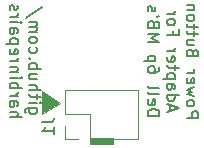
<source format=gbr>
G04 #@! TF.GenerationSoftware,KiCad,Pcbnew,(5.1.0-0)*
G04 #@! TF.CreationDate,2019-08-13T01:40:22-04:00*
G04 #@! TF.ProjectId,Dell 6pin 2.0mm Front Panel Header Adapter,44656c6c-2036-4706-996e-20322e306d6d,rev?*
G04 #@! TF.SameCoordinates,Original*
G04 #@! TF.FileFunction,Legend,Bot*
G04 #@! TF.FilePolarity,Positive*
%FSLAX46Y46*%
G04 Gerber Fmt 4.6, Leading zero omitted, Abs format (unit mm)*
G04 Created by KiCad (PCBNEW (5.1.0-0)) date 2019-08-13 01:40:22*
%MOMM*%
%LPD*%
G04 APERTURE LIST*
%ADD10C,0.150000*%
%ADD11C,0.100000*%
%ADD12C,0.120000*%
G04 APERTURE END LIST*
D10*
X156039285Y-97476190D02*
X155229761Y-97476190D01*
X155134523Y-97523809D01*
X155086904Y-97571428D01*
X155039285Y-97666666D01*
X155039285Y-97809523D01*
X155086904Y-97904761D01*
X155420238Y-97476190D02*
X155372619Y-97571428D01*
X155372619Y-97761904D01*
X155420238Y-97857142D01*
X155467857Y-97904761D01*
X155563095Y-97952380D01*
X155848809Y-97952380D01*
X155944047Y-97904761D01*
X155991666Y-97857142D01*
X156039285Y-97761904D01*
X156039285Y-97571428D01*
X155991666Y-97476190D01*
X155372619Y-97000000D02*
X156039285Y-97000000D01*
X156372619Y-97000000D02*
X156325000Y-97047619D01*
X156277380Y-97000000D01*
X156325000Y-96952380D01*
X156372619Y-97000000D01*
X156277380Y-97000000D01*
X156039285Y-96666666D02*
X156039285Y-96285714D01*
X156372619Y-96523809D02*
X155515476Y-96523809D01*
X155420238Y-96476190D01*
X155372619Y-96380952D01*
X155372619Y-96285714D01*
X155372619Y-95952380D02*
X156372619Y-95952380D01*
X155372619Y-95523809D02*
X155896428Y-95523809D01*
X155991666Y-95571428D01*
X156039285Y-95666666D01*
X156039285Y-95809523D01*
X155991666Y-95904761D01*
X155944047Y-95952380D01*
X156039285Y-94619047D02*
X155372619Y-94619047D01*
X156039285Y-95047619D02*
X155515476Y-95047619D01*
X155420238Y-95000000D01*
X155372619Y-94904761D01*
X155372619Y-94761904D01*
X155420238Y-94666666D01*
X155467857Y-94619047D01*
X155372619Y-94142857D02*
X156372619Y-94142857D01*
X155991666Y-94142857D02*
X156039285Y-94047619D01*
X156039285Y-93857142D01*
X155991666Y-93761904D01*
X155944047Y-93714285D01*
X155848809Y-93666666D01*
X155563095Y-93666666D01*
X155467857Y-93714285D01*
X155420238Y-93761904D01*
X155372619Y-93857142D01*
X155372619Y-94047619D01*
X155420238Y-94142857D01*
X155467857Y-93238095D02*
X155420238Y-93190476D01*
X155372619Y-93238095D01*
X155420238Y-93285714D01*
X155467857Y-93238095D01*
X155372619Y-93238095D01*
X155420238Y-92333333D02*
X155372619Y-92428571D01*
X155372619Y-92619047D01*
X155420238Y-92714285D01*
X155467857Y-92761904D01*
X155563095Y-92809523D01*
X155848809Y-92809523D01*
X155944047Y-92761904D01*
X155991666Y-92714285D01*
X156039285Y-92619047D01*
X156039285Y-92428571D01*
X155991666Y-92333333D01*
X155372619Y-91761904D02*
X155420238Y-91857142D01*
X155467857Y-91904761D01*
X155563095Y-91952380D01*
X155848809Y-91952380D01*
X155944047Y-91904761D01*
X155991666Y-91857142D01*
X156039285Y-91761904D01*
X156039285Y-91619047D01*
X155991666Y-91523809D01*
X155944047Y-91476190D01*
X155848809Y-91428571D01*
X155563095Y-91428571D01*
X155467857Y-91476190D01*
X155420238Y-91523809D01*
X155372619Y-91619047D01*
X155372619Y-91761904D01*
X155372619Y-91000000D02*
X156039285Y-91000000D01*
X155944047Y-91000000D02*
X155991666Y-90952380D01*
X156039285Y-90857142D01*
X156039285Y-90714285D01*
X155991666Y-90619047D01*
X155896428Y-90571428D01*
X155372619Y-90571428D01*
X155896428Y-90571428D02*
X155991666Y-90523809D01*
X156039285Y-90428571D01*
X156039285Y-90285714D01*
X155991666Y-90190476D01*
X155896428Y-90142857D01*
X155372619Y-90142857D01*
X156420238Y-88952380D02*
X155134523Y-89809523D01*
X153722619Y-98214285D02*
X154722619Y-98214285D01*
X153722619Y-97785714D02*
X154246428Y-97785714D01*
X154341666Y-97833333D01*
X154389285Y-97928571D01*
X154389285Y-98071428D01*
X154341666Y-98166666D01*
X154294047Y-98214285D01*
X153722619Y-96880952D02*
X154246428Y-96880952D01*
X154341666Y-96928571D01*
X154389285Y-97023809D01*
X154389285Y-97214285D01*
X154341666Y-97309523D01*
X153770238Y-96880952D02*
X153722619Y-96976190D01*
X153722619Y-97214285D01*
X153770238Y-97309523D01*
X153865476Y-97357142D01*
X153960714Y-97357142D01*
X154055952Y-97309523D01*
X154103571Y-97214285D01*
X154103571Y-96976190D01*
X154151190Y-96880952D01*
X153722619Y-96404761D02*
X154389285Y-96404761D01*
X154198809Y-96404761D02*
X154294047Y-96357142D01*
X154341666Y-96309523D01*
X154389285Y-96214285D01*
X154389285Y-96119047D01*
X153722619Y-95785714D02*
X154722619Y-95785714D01*
X154341666Y-95785714D02*
X154389285Y-95690476D01*
X154389285Y-95500000D01*
X154341666Y-95404761D01*
X154294047Y-95357142D01*
X154198809Y-95309523D01*
X153913095Y-95309523D01*
X153817857Y-95357142D01*
X153770238Y-95404761D01*
X153722619Y-95500000D01*
X153722619Y-95690476D01*
X153770238Y-95785714D01*
X153722619Y-94880952D02*
X154389285Y-94880952D01*
X154722619Y-94880952D02*
X154675000Y-94928571D01*
X154627380Y-94880952D01*
X154675000Y-94833333D01*
X154722619Y-94880952D01*
X154627380Y-94880952D01*
X154389285Y-94404761D02*
X153722619Y-94404761D01*
X154294047Y-94404761D02*
X154341666Y-94357142D01*
X154389285Y-94261904D01*
X154389285Y-94119047D01*
X154341666Y-94023809D01*
X154246428Y-93976190D01*
X153722619Y-93976190D01*
X153722619Y-93500000D02*
X154389285Y-93500000D01*
X154198809Y-93500000D02*
X154294047Y-93452380D01*
X154341666Y-93404761D01*
X154389285Y-93309523D01*
X154389285Y-93214285D01*
X153770238Y-92500000D02*
X153722619Y-92595238D01*
X153722619Y-92785714D01*
X153770238Y-92880952D01*
X153865476Y-92928571D01*
X154246428Y-92928571D01*
X154341666Y-92880952D01*
X154389285Y-92785714D01*
X154389285Y-92595238D01*
X154341666Y-92500000D01*
X154246428Y-92452380D01*
X154151190Y-92452380D01*
X154055952Y-92928571D01*
X154389285Y-92023809D02*
X153389285Y-92023809D01*
X154341666Y-92023809D02*
X154389285Y-91928571D01*
X154389285Y-91738095D01*
X154341666Y-91642857D01*
X154294047Y-91595238D01*
X154198809Y-91547619D01*
X153913095Y-91547619D01*
X153817857Y-91595238D01*
X153770238Y-91642857D01*
X153722619Y-91738095D01*
X153722619Y-91928571D01*
X153770238Y-92023809D01*
X153722619Y-90690476D02*
X154246428Y-90690476D01*
X154341666Y-90738095D01*
X154389285Y-90833333D01*
X154389285Y-91023809D01*
X154341666Y-91119047D01*
X153770238Y-90690476D02*
X153722619Y-90785714D01*
X153722619Y-91023809D01*
X153770238Y-91119047D01*
X153865476Y-91166666D01*
X153960714Y-91166666D01*
X154055952Y-91119047D01*
X154103571Y-91023809D01*
X154103571Y-90785714D01*
X154151190Y-90690476D01*
X153722619Y-90214285D02*
X154389285Y-90214285D01*
X154722619Y-90214285D02*
X154675000Y-90261904D01*
X154627380Y-90214285D01*
X154675000Y-90166666D01*
X154722619Y-90214285D01*
X154627380Y-90214285D01*
X153722619Y-89738095D02*
X154389285Y-89738095D01*
X154198809Y-89738095D02*
X154294047Y-89690476D01*
X154341666Y-89642857D01*
X154389285Y-89547619D01*
X154389285Y-89452380D01*
X153770238Y-89166666D02*
X153722619Y-89071428D01*
X153722619Y-88880952D01*
X153770238Y-88785714D01*
X153865476Y-88738095D01*
X153913095Y-88738095D01*
X154008333Y-88785714D01*
X154055952Y-88880952D01*
X154055952Y-89023809D01*
X154103571Y-89119047D01*
X154198809Y-89166666D01*
X154246428Y-89166666D01*
X154341666Y-89119047D01*
X154389285Y-89023809D01*
X154389285Y-88880952D01*
X154341666Y-88785714D01*
D11*
G36*
X162500000Y-100500000D02*
G01*
X160500000Y-100500000D01*
X160500000Y-100000000D01*
X162500000Y-100000000D01*
X162500000Y-100500000D01*
G37*
X162500000Y-100500000D02*
X160500000Y-100500000D01*
X160500000Y-100000000D01*
X162500000Y-100000000D01*
X162500000Y-100500000D01*
G36*
X158000000Y-97000000D02*
G01*
X156500000Y-98000000D01*
X156500000Y-96000000D01*
X158000000Y-97000000D01*
G37*
X158000000Y-97000000D02*
X156500000Y-98000000D01*
X156500000Y-96000000D01*
X158000000Y-97000000D01*
D10*
X168697619Y-98285714D02*
X169697619Y-98285714D01*
X169697619Y-97904761D01*
X169650000Y-97809523D01*
X169602380Y-97761904D01*
X169507142Y-97714285D01*
X169364285Y-97714285D01*
X169269047Y-97761904D01*
X169221428Y-97809523D01*
X169173809Y-97904761D01*
X169173809Y-98285714D01*
X168697619Y-97142857D02*
X168745238Y-97238095D01*
X168792857Y-97285714D01*
X168888095Y-97333333D01*
X169173809Y-97333333D01*
X169269047Y-97285714D01*
X169316666Y-97238095D01*
X169364285Y-97142857D01*
X169364285Y-97000000D01*
X169316666Y-96904761D01*
X169269047Y-96857142D01*
X169173809Y-96809523D01*
X168888095Y-96809523D01*
X168792857Y-96857142D01*
X168745238Y-96904761D01*
X168697619Y-97000000D01*
X168697619Y-97142857D01*
X169364285Y-96476190D02*
X168697619Y-96285714D01*
X169173809Y-96095238D01*
X168697619Y-95904761D01*
X169364285Y-95714285D01*
X168745238Y-94952380D02*
X168697619Y-95047619D01*
X168697619Y-95238095D01*
X168745238Y-95333333D01*
X168840476Y-95380952D01*
X169221428Y-95380952D01*
X169316666Y-95333333D01*
X169364285Y-95238095D01*
X169364285Y-95047619D01*
X169316666Y-94952380D01*
X169221428Y-94904761D01*
X169126190Y-94904761D01*
X169030952Y-95380952D01*
X168697619Y-94476190D02*
X169364285Y-94476190D01*
X169173809Y-94476190D02*
X169269047Y-94428571D01*
X169316666Y-94380952D01*
X169364285Y-94285714D01*
X169364285Y-94190476D01*
X169221428Y-92761904D02*
X169173809Y-92619047D01*
X169126190Y-92571428D01*
X169030952Y-92523809D01*
X168888095Y-92523809D01*
X168792857Y-92571428D01*
X168745238Y-92619047D01*
X168697619Y-92714285D01*
X168697619Y-93095238D01*
X169697619Y-93095238D01*
X169697619Y-92761904D01*
X169650000Y-92666666D01*
X169602380Y-92619047D01*
X169507142Y-92571428D01*
X169411904Y-92571428D01*
X169316666Y-92619047D01*
X169269047Y-92666666D01*
X169221428Y-92761904D01*
X169221428Y-93095238D01*
X169364285Y-91666666D02*
X168697619Y-91666666D01*
X169364285Y-92095238D02*
X168840476Y-92095238D01*
X168745238Y-92047619D01*
X168697619Y-91952380D01*
X168697619Y-91809523D01*
X168745238Y-91714285D01*
X168792857Y-91666666D01*
X169364285Y-91333333D02*
X169364285Y-90952380D01*
X169697619Y-91190476D02*
X168840476Y-91190476D01*
X168745238Y-91142857D01*
X168697619Y-91047619D01*
X168697619Y-90952380D01*
X169364285Y-90761904D02*
X169364285Y-90380952D01*
X169697619Y-90619047D02*
X168840476Y-90619047D01*
X168745238Y-90571428D01*
X168697619Y-90476190D01*
X168697619Y-90380952D01*
X168697619Y-89904761D02*
X168745238Y-90000000D01*
X168792857Y-90047619D01*
X168888095Y-90095238D01*
X169173809Y-90095238D01*
X169269047Y-90047619D01*
X169316666Y-90000000D01*
X169364285Y-89904761D01*
X169364285Y-89761904D01*
X169316666Y-89666666D01*
X169269047Y-89619047D01*
X169173809Y-89571428D01*
X168888095Y-89571428D01*
X168792857Y-89619047D01*
X168745238Y-89666666D01*
X168697619Y-89761904D01*
X168697619Y-89904761D01*
X169364285Y-89142857D02*
X168697619Y-89142857D01*
X169269047Y-89142857D02*
X169316666Y-89095238D01*
X169364285Y-89000000D01*
X169364285Y-88857142D01*
X169316666Y-88761904D01*
X169221428Y-88714285D01*
X168697619Y-88714285D01*
X167333333Y-97690476D02*
X167333333Y-97214285D01*
X167047619Y-97785714D02*
X168047619Y-97452380D01*
X167047619Y-97119047D01*
X167047619Y-96357142D02*
X168047619Y-96357142D01*
X167095238Y-96357142D02*
X167047619Y-96452380D01*
X167047619Y-96642857D01*
X167095238Y-96738095D01*
X167142857Y-96785714D01*
X167238095Y-96833333D01*
X167523809Y-96833333D01*
X167619047Y-96785714D01*
X167666666Y-96738095D01*
X167714285Y-96642857D01*
X167714285Y-96452380D01*
X167666666Y-96357142D01*
X167047619Y-95452380D02*
X167571428Y-95452380D01*
X167666666Y-95500000D01*
X167714285Y-95595238D01*
X167714285Y-95785714D01*
X167666666Y-95880952D01*
X167095238Y-95452380D02*
X167047619Y-95547619D01*
X167047619Y-95785714D01*
X167095238Y-95880952D01*
X167190476Y-95928571D01*
X167285714Y-95928571D01*
X167380952Y-95880952D01*
X167428571Y-95785714D01*
X167428571Y-95547619D01*
X167476190Y-95452380D01*
X167714285Y-94976190D02*
X166714285Y-94976190D01*
X167666666Y-94976190D02*
X167714285Y-94880952D01*
X167714285Y-94690476D01*
X167666666Y-94595238D01*
X167619047Y-94547619D01*
X167523809Y-94500000D01*
X167238095Y-94500000D01*
X167142857Y-94547619D01*
X167095238Y-94595238D01*
X167047619Y-94690476D01*
X167047619Y-94880952D01*
X167095238Y-94976190D01*
X167714285Y-94214285D02*
X167714285Y-93833333D01*
X168047619Y-94071428D02*
X167190476Y-94071428D01*
X167095238Y-94023809D01*
X167047619Y-93928571D01*
X167047619Y-93833333D01*
X167095238Y-93119047D02*
X167047619Y-93214285D01*
X167047619Y-93404761D01*
X167095238Y-93500000D01*
X167190476Y-93547619D01*
X167571428Y-93547619D01*
X167666666Y-93500000D01*
X167714285Y-93404761D01*
X167714285Y-93214285D01*
X167666666Y-93119047D01*
X167571428Y-93071428D01*
X167476190Y-93071428D01*
X167380952Y-93547619D01*
X167047619Y-92642857D02*
X167714285Y-92642857D01*
X167523809Y-92642857D02*
X167619047Y-92595238D01*
X167666666Y-92547619D01*
X167714285Y-92452380D01*
X167714285Y-92357142D01*
X167571428Y-90928571D02*
X167571428Y-91261904D01*
X167047619Y-91261904D02*
X168047619Y-91261904D01*
X168047619Y-90785714D01*
X167047619Y-90261904D02*
X167095238Y-90357142D01*
X167142857Y-90404761D01*
X167238095Y-90452380D01*
X167523809Y-90452380D01*
X167619047Y-90404761D01*
X167666666Y-90357142D01*
X167714285Y-90261904D01*
X167714285Y-90119047D01*
X167666666Y-90023809D01*
X167619047Y-89976190D01*
X167523809Y-89928571D01*
X167238095Y-89928571D01*
X167142857Y-89976190D01*
X167095238Y-90023809D01*
X167047619Y-90119047D01*
X167047619Y-90261904D01*
X167047619Y-89500000D02*
X167714285Y-89500000D01*
X167523809Y-89500000D02*
X167619047Y-89452380D01*
X167666666Y-89404761D01*
X167714285Y-89309523D01*
X167714285Y-89214285D01*
X165397619Y-98119047D02*
X166397619Y-98119047D01*
X166397619Y-97880952D01*
X166350000Y-97738095D01*
X166254761Y-97642857D01*
X166159523Y-97595238D01*
X165969047Y-97547619D01*
X165826190Y-97547619D01*
X165635714Y-97595238D01*
X165540476Y-97642857D01*
X165445238Y-97738095D01*
X165397619Y-97880952D01*
X165397619Y-98119047D01*
X165445238Y-96738095D02*
X165397619Y-96833333D01*
X165397619Y-97023809D01*
X165445238Y-97119047D01*
X165540476Y-97166666D01*
X165921428Y-97166666D01*
X166016666Y-97119047D01*
X166064285Y-97023809D01*
X166064285Y-96833333D01*
X166016666Y-96738095D01*
X165921428Y-96690476D01*
X165826190Y-96690476D01*
X165730952Y-97166666D01*
X165397619Y-96119047D02*
X165445238Y-96214285D01*
X165540476Y-96261904D01*
X166397619Y-96261904D01*
X165397619Y-95595238D02*
X165445238Y-95690476D01*
X165540476Y-95738095D01*
X166397619Y-95738095D01*
X166397619Y-94023809D02*
X166397619Y-94214285D01*
X166350000Y-94309523D01*
X166302380Y-94357142D01*
X166159523Y-94452380D01*
X165969047Y-94500000D01*
X165588095Y-94500000D01*
X165492857Y-94452380D01*
X165445238Y-94404761D01*
X165397619Y-94309523D01*
X165397619Y-94119047D01*
X165445238Y-94023809D01*
X165492857Y-93976190D01*
X165588095Y-93928571D01*
X165826190Y-93928571D01*
X165921428Y-93976190D01*
X165969047Y-94023809D01*
X166016666Y-94119047D01*
X166016666Y-94309523D01*
X165969047Y-94404761D01*
X165921428Y-94452380D01*
X165826190Y-94500000D01*
X166064285Y-93500000D02*
X165064285Y-93500000D01*
X166016666Y-93500000D02*
X166064285Y-93404761D01*
X166064285Y-93214285D01*
X166016666Y-93119047D01*
X165969047Y-93071428D01*
X165873809Y-93023809D01*
X165588095Y-93023809D01*
X165492857Y-93071428D01*
X165445238Y-93119047D01*
X165397619Y-93214285D01*
X165397619Y-93404761D01*
X165445238Y-93500000D01*
X165397619Y-91833333D02*
X166397619Y-91833333D01*
X165683333Y-91500000D01*
X166397619Y-91166666D01*
X165397619Y-91166666D01*
X165921428Y-90357142D02*
X165873809Y-90214285D01*
X165826190Y-90166666D01*
X165730952Y-90119047D01*
X165588095Y-90119047D01*
X165492857Y-90166666D01*
X165445238Y-90214285D01*
X165397619Y-90309523D01*
X165397619Y-90690476D01*
X166397619Y-90690476D01*
X166397619Y-90357142D01*
X166350000Y-90261904D01*
X166302380Y-90214285D01*
X166207142Y-90166666D01*
X166111904Y-90166666D01*
X166016666Y-90214285D01*
X165969047Y-90261904D01*
X165921428Y-90357142D01*
X165921428Y-90690476D01*
X166397619Y-89642857D02*
X166350000Y-89642857D01*
X166254761Y-89690476D01*
X166207142Y-89738095D01*
X165445238Y-89261904D02*
X165397619Y-89166666D01*
X165397619Y-88976190D01*
X165445238Y-88880952D01*
X165540476Y-88833333D01*
X165588095Y-88833333D01*
X165683333Y-88880952D01*
X165730952Y-88976190D01*
X165730952Y-89119047D01*
X165778571Y-89214285D01*
X165873809Y-89261904D01*
X165921428Y-89261904D01*
X166016666Y-89214285D01*
X166064285Y-89119047D01*
X166064285Y-88976190D01*
X166016666Y-88880952D01*
D12*
X158440000Y-95940000D02*
X158440000Y-98000000D01*
X158440000Y-95940000D02*
X164560000Y-95940000D01*
X164560000Y-95940000D02*
X164560000Y-100060000D01*
X160500000Y-100060000D02*
X164560000Y-100060000D01*
X160500000Y-98000000D02*
X160500000Y-100060000D01*
X158440000Y-98000000D02*
X160500000Y-98000000D01*
X158440000Y-100060000D02*
X159500000Y-100060000D01*
X158440000Y-99000000D02*
X158440000Y-100060000D01*
D10*
X156452380Y-98666666D02*
X157166666Y-98666666D01*
X157309523Y-98619047D01*
X157404761Y-98523809D01*
X157452380Y-98380952D01*
X157452380Y-98285714D01*
X157452380Y-99666666D02*
X157452380Y-99095238D01*
X157452380Y-99380952D02*
X156452380Y-99380952D01*
X156595238Y-99285714D01*
X156690476Y-99190476D01*
X156738095Y-99095238D01*
M02*

</source>
